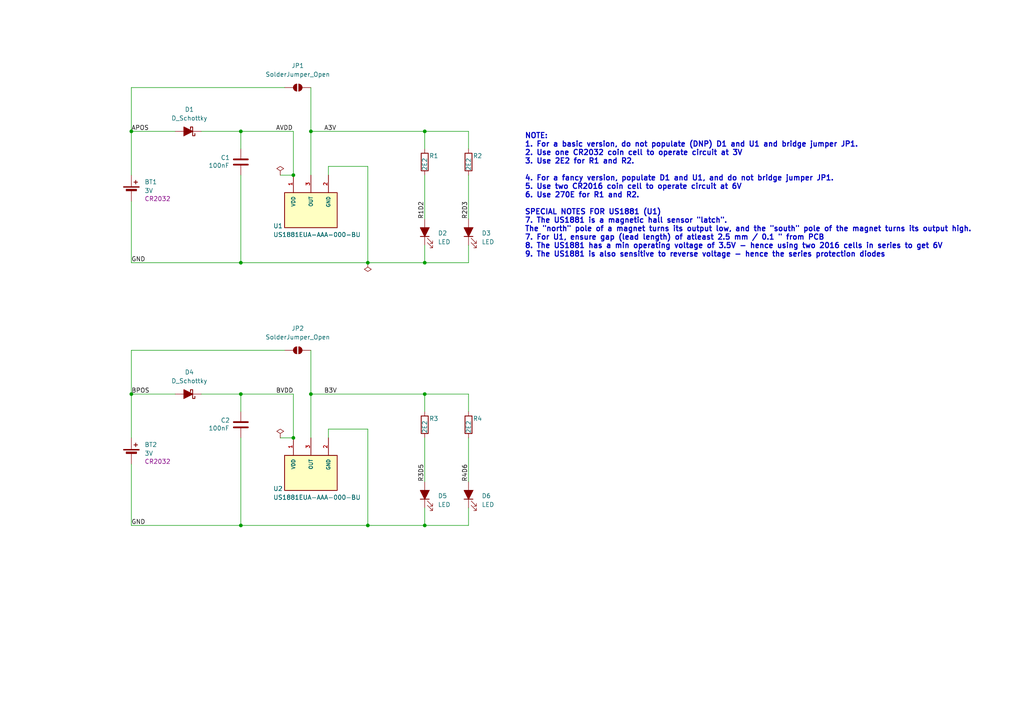
<source format=kicad_sch>
(kicad_sch (version 20231120) (generator "eeschema") (generator_version "8.0")
  (paper "A4")
  (title_block (title "hack_badge") (date "2024-12-02") (rev "v1") (company "hackPGH") (comment 1 "Badge - learn to solder + learn to lasercut") (comment 3 "Anool Mahidharia | Wyolum"))
  (lib_symbols
    (symbol "Library_hack_badge:Battery_Cell" (pin_numbers hide) (pin_names (offset 0) hide)
      (property "Reference" "BT" (at 2.54 2.54 0))
      (property "Value" "Battery_Cell" (at 2.54 0 0))
      (symbol "Battery_Cell_0_1"
        (rectangle (start -2.286 1.778) (end 2.286 1.524) (fill (type outline)))
        (rectangle (start -1.524 1.016) (end 1.524 0.508) (fill (type outline)))
        (polyline (pts (xy 0 0.762) (xy 0 0)))
        (polyline (pts (xy 0 1.778) (xy 0 2.54)))
        (polyline (pts (xy 0.762 3.048) (xy 1.778 3.048)) (stroke (width 0.254)))
        (polyline (pts (xy 1.27 3.556) (xy 1.27 2.54)) (stroke (width 0.254)))
      )
      (symbol "Battery_Cell_1_1"
        (pin passive line (at 0 5.08 270) (length 2.54) (name "+") (number "1"))
        (pin passive line (at 0 -2.54 90) (length 2.54) (name "-") (number "2"))
      )
    )
    (symbol "Library_hack_badge:C" (pin_numbers hide) (pin_names (offset 0.254))
      (property "Reference" "C" (at 0.635 2.54 0))
      (property "Value" "C" (at 0.635 -2.54 0))
      (symbol "C_0_1"
        (polyline (pts (xy -2.032 -0.762) (xy 2.032 -0.762)) (stroke (width 0.508)))
        (polyline (pts (xy -2.032 0.762) (xy 2.032 0.762)) (stroke (width 0.508)))
      )
      (symbol "C_1_1"
        (pin passive line (at 0 3.81 270) (length 2.794) (name "~") (number "1"))
        (pin passive line (at 0 -3.81 90) (length 2.794) (name "~") (number "2"))
      )
    )
    (symbol "Library_hack_badge:D_Schottky_Filled" (pin_numbers hide) (pin_names (offset 1.016) hide)
      (property "Reference" "D" (at 0 2.54 0))
      (property "Value" "D_Schottky_Filled" (at 0 -2.54 0))
      (symbol "D_Schottky_Filled_0_1"
        (polyline (pts (xy 1.27 0) (xy -1.27 0)))
        (polyline (pts (xy 1.27 1.27) (xy 1.27 -1.27) (xy -1.27 0) (xy 1.27 1.27)) (stroke (width 0.254)) (fill (type outline)))
        (polyline (pts (xy -1.905 0.635) (xy -1.905 1.27) (xy -1.27 1.27) (xy -1.27 -1.27) (xy -0.635 -1.27) (xy -0.635 -0.635)) (stroke (width 0.254)))
      )
      (symbol "D_Schottky_Filled_1_1"
        (pin passive line (at -3.81 0 0) (length 2.54) (name "K") (number "1"))
        (pin passive line (at 3.81 0 180) (length 2.54) (name "A") (number "2"))
      )
    )
    (symbol "Library_hack_badge:LED_Filled" (pin_numbers hide) (pin_names (offset 1.016) hide)
      (property "Reference" "D" (at 0 2.54 0))
      (property "Value" "LED_Filled" (at 0 -2.54 0))
      (symbol "LED_Filled_0_1"
        (polyline (pts (xy -1.27 -1.27) (xy -1.27 1.27)) (stroke (width 0.254)))
        (polyline (pts (xy -1.27 0) (xy 1.27 0)))
        (polyline (pts (xy 1.27 -1.27) (xy 1.27 1.27) (xy -1.27 0) (xy 1.27 -1.27)) (stroke (width 0.254)) (fill (type outline)))
        (polyline (pts (xy -3.048 -0.762) (xy -4.572 -2.286) (xy -3.81 -2.286) (xy -4.572 -2.286) (xy -4.572 -1.524)))
        (polyline (pts (xy -1.778 -0.762) (xy -3.302 -2.286) (xy -2.54 -2.286) (xy -3.302 -2.286) (xy -3.302 -1.524)))
      )
      (symbol "LED_Filled_1_1"
        (pin passive line (at -3.81 0 0) (length 2.54) (name "K") (number "1"))
        (pin passive line (at 3.81 0 180) (length 2.54) (name "A") (number "2"))
      )
    )
    (symbol "Library_hack_badge:PWR_FLAG" (power) (pin_numbers hide) (pin_names (offset 0) hide)
      (property "Value" "PWR_FLAG" (at 0 3.81 0))
      (symbol "PWR_FLAG_0_0"
        (pin power_out line (at 0 0 90) (length 0) (name "~") (number "1"))
      )
      (symbol "PWR_FLAG_0_1"
        (polyline (pts (xy 0 0) (xy 0 1.27) (xy -1.016 1.905) (xy 0 2.54) (xy 1.016 1.905) (xy 0 1.27)))
      )
    )
    (symbol "Library_hack_badge:R" (pin_numbers hide) (pin_names (offset 0))
      (property "Reference" "R" (at 2.032 0 90))
      (property "Value" "R" (at 0 0 90))
      (symbol "R_0_1"
        (rectangle (start -1.016 -2.54) (end 1.016 2.54) (stroke (width 0.254)))
      )
      (symbol "R_1_1"
        (pin passive line (at 0 3.81 270) (length 1.27) (name "~") (number "1"))
        (pin passive line (at 0 -3.81 90) (length 1.27) (name "~") (number "2"))
      )
    )
    (symbol "Library_hack_badge:SolderJumper_2_Open" (pin_numbers hide) (pin_names (offset 0) hide) (exclude_from_sim yes) (in_bom no)
      (property "Reference" "JP" (at 0 2.032 0))
      (property "Value" "SolderJumper_2_Open" (at 0 -2.54 0))
      (symbol "SolderJumper_2_Open_0_1"
        (arc (start -0.254 1.016) (mid -1.2656 0) (end -0.254 -1.016))
        (arc (start -0.254 1.016) (mid -1.2656 0) (end -0.254 -1.016) (fill (type outline)))
        (polyline (pts (xy -0.254 1.016) (xy -0.254 -1.016)))
        (polyline (pts (xy 0.254 1.016) (xy 0.254 -1.016)))
        (arc (start 0.254 -1.016) (mid 1.2656 0) (end 0.254 1.016))
        (arc (start 0.254 -1.016) (mid 1.2656 0) (end 0.254 1.016) (fill (type outline)))
      )
      (symbol "SolderJumper_2_Open_1_1"
        (pin passive line (at -3.81 0 0) (length 2.54) (name "A") (number "1"))
        (pin passive line (at 3.81 0 180) (length 2.54) (name "B") (number "2"))
      )
    )
    (symbol "Library_hack_badge:US1881EUA-AAA-000-BU" (pin_names (offset 1.016))
      (property "Reference" "U" (at -5.08 8.382 0))
      (property "Value" "US1881EUA-AAA-000-BU" (at -5.08 -10.16 0))
      (symbol "US1881EUA-AAA-000-BU_0_0"
        (rectangle (start -5.08 -7.62) (end 5.08 7.62) (stroke (width 0.254)) (fill (type background)))
        (pin power_in line (at 10.16 5.08 180) (length 5.08) (name "VDD") (number "1"))
        (pin power_in line (at 10.16 -5.08 180) (length 5.08) (name "GND") (number "2"))
        (pin output line (at 10.16 0 180) (length 5.08) (name "OUT") (number "3"))
      )
    )
  )
  (junction (at 106.68 152.4))
  (junction (at 69.85 76.2))
  (junction (at 106.68 76.2))
  (junction (at 69.85 114.3))
  (junction (at 69.85 152.4))
  (junction (at 90.17 114.3))
  (junction (at 85.09 50.8))
  (junction (at 123.19 76.2))
  (junction (at 123.19 114.3))
  (junction (at 123.19 38.1))
  (junction (at 123.19 152.4))
  (junction (at 69.85 38.1))
  (junction (at 90.17 38.1))
  (junction (at 38.1 38.1))
  (junction (at 38.1 114.3))
  (junction (at 85.09 127))
  (wire (pts (xy 123.19 38.1) (xy 135.89 38.1)))
  (wire (pts (xy 135.89 38.1) (xy 135.89 43.18)))
  (wire (pts (xy 69.85 76.2) (xy 106.68 76.2)))
  (wire (pts (xy 69.85 152.4) (xy 106.68 152.4)))
  (wire (pts (xy 69.85 114.3) (xy 69.85 119.38)))
  (wire (pts (xy 90.17 50.8) (xy 90.17 38.1)))
  (wire (pts (xy 38.1 25.4) (xy 38.1 38.1)))
  (wire (pts (xy 135.89 76.2) (xy 123.19 76.2)))
  (wire (pts (xy 38.1 101.6) (xy 38.1 114.3)))
  (wire (pts (xy 38.1 76.2) (xy 69.85 76.2)))
  (wire (pts (xy 95.25 50.8) (xy 95.25 48.26)))
  (wire (pts (xy 38.1 152.4) (xy 69.85 152.4)))
  (wire (pts (xy 81.28 127) (xy 85.09 127)))
  (wire (pts (xy 135.89 152.4) (xy 123.19 152.4)))
  (wire (pts (xy 106.68 76.2) (xy 123.19 76.2)))
  (wire (pts (xy 135.89 147.32) (xy 135.89 152.4)))
  (wire (pts (xy 95.25 124.46) (xy 106.68 124.46)))
  (wire (pts (xy 69.85 114.3) (xy 58.42 114.3)))
  (wire (pts (xy 90.17 38.1) (xy 123.19 38.1)))
  (wire (pts (xy 90.17 25.4) (xy 90.17 38.1)))
  (wire (pts (xy 85.09 50.8) (xy 85.09 38.1)))
  (wire (pts (xy 38.1 38.1) (xy 50.8 38.1)))
  (wire (pts (xy 85.09 38.1) (xy 69.85 38.1)))
  (wire (pts (xy 82.55 25.4) (xy 38.1 25.4)))
  (wire (pts (xy 38.1 50.8) (xy 38.1 38.1)))
  (wire (pts (xy 123.19 127) (xy 123.19 139.7)))
  (wire (pts (xy 135.89 71.12) (xy 135.89 76.2)))
  (wire (pts (xy 135.89 50.8) (xy 135.89 63.5)))
  (wire (pts (xy 95.25 127) (xy 95.25 124.46)))
  (wire (pts (xy 38.1 76.2) (xy 38.1 58.42)))
  (wire (pts (xy 85.09 114.3) (xy 69.85 114.3)))
  (wire (pts (xy 135.89 127) (xy 135.89 139.7)))
  (wire (pts (xy 90.17 114.3) (xy 123.19 114.3)))
  (wire (pts (xy 123.19 147.32) (xy 123.19 152.4)))
  (wire (pts (xy 123.19 71.12) (xy 123.19 76.2)))
  (wire (pts (xy 135.89 114.3) (xy 135.89 119.38)))
  (wire (pts (xy 38.1 127) (xy 38.1 114.3)))
  (wire (pts (xy 69.85 38.1) (xy 58.42 38.1)))
  (wire (pts (xy 123.19 114.3) (xy 123.19 119.38)))
  (wire (pts (xy 69.85 38.1) (xy 69.85 43.18)))
  (wire (pts (xy 69.85 127) (xy 69.85 152.4)))
  (wire (pts (xy 123.19 114.3) (xy 135.89 114.3)))
  (wire (pts (xy 69.85 50.8) (xy 69.85 76.2)))
  (wire (pts (xy 85.09 127) (xy 85.09 114.3)))
  (wire (pts (xy 123.19 38.1) (xy 123.19 43.18)))
  (wire (pts (xy 106.68 48.26) (xy 106.68 76.2)))
  (wire (pts (xy 82.55 101.6) (xy 38.1 101.6)))
  (wire (pts (xy 38.1 152.4) (xy 38.1 134.62)))
  (wire (pts (xy 95.25 48.26) (xy 106.68 48.26)))
  (wire (pts (xy 81.28 50.8) (xy 85.09 50.8)))
  (wire (pts (xy 90.17 127) (xy 90.17 114.3)))
  (wire (pts (xy 38.1 114.3) (xy 50.8 114.3)))
  (wire (pts (xy 90.17 101.6) (xy 90.17 114.3)))
  (wire (pts (xy 106.68 124.46) (xy 106.68 152.4)))
  (wire (pts (xy 123.19 50.8) (xy 123.19 63.5)))
  (wire (pts (xy 106.68 152.4) (xy 123.19 152.4)))
  (text "NOTE:\n1. For a basic version, do not populate (DNP) D1 and U1 and bridge jumper JP1.\n2. Use one CR2032 coin cell to operate circuit at 3V\n3. Use 2E2 for R1 and R2.\n\n4. For a fancy version, populate D1 and U1, and do not bridge jumper JP1.\n5. Use two CR2016 coin cell to operate circuit at 6V\n6. Use 270E for R1 and R2.\n\nSPECIAL NOTES FOR US1881 (U1)\n7. The US1881 is a magnetic hall sensor \"latch\". \nThe \"north\" pole of a magnet turns its output low, and the \"south\" pole of the magnet turns its output high.\n7. For U1, ensure gap (lead length) of atleast 2.5 mm / 0.1 \" from PCB\n8. The US1881 has a min operating voltage of 3.5V - hence using two 2016 cells in series to get 6V\n9. The US1881 is also sensitive to reverse voltage - hence the series protection diodes" (at 152.146 38.608 0) (effects (font (size 1.524 1.524) (thickness 0.3048) (bold yes)) (justify left top)))
  (label "APOS" (at 38.1 38.1 0))
  (label "R1D2" (at 123.19 63.5 90))
  (label "R4D6" (at 135.89 139.7 90))
  (label "AVDD" (at 80.01 38.1 0))
  (label "R3D5" (at 123.19 139.7 90))
  (label "R2D3" (at 135.89 63.5 90))
  (label "BPOS" (at 38.1 114.3 0))
  (label "A3V" (at 93.98 38.1 0))
  (label "GND" (at 38.1 152.4 0))
  (label "BVDD" (at 80.01 114.3 0))
  (label "B3V" (at 93.98 114.3 0))
  (label "GND" (at 38.1 76.2 0))
  (symbol (lib_id "Library_hack_badge:LED_Filled") (at 123.19 143.51 90) (unit 1)
    (property "Reference" "D5" (at 127 143.8274 90) (effects (justify right)))
    (property "Value" "LED" (at 127 146.3674 90) (effects (justify right)))
    (property "Footprint" "Library_hack_badge:LED_D3.0mm_Dialight_598" (effects (hide yes)))
    (property "Description" "Light emitting diode, filled shape" (effects (hide yes)))
  )
  (symbol (lib_id "Library_hack_badge:Battery_Cell") (at 38.1 132.08 0) (unit 1)
    (property "Reference" "BT2" (at 41.91 128.9684 0) (effects (justify left)))
    (property "Value" "3V" (at 41.91 131.5084 0) (effects (justify left)))
    (property "Footprint" "Library_hack_badge:BatteryHolder_Keystone_3002_1x2032" (effects (hide yes)))
    (property "Description" "CR2032" (at 41.91 133.858 0) (effects (justify left)))
  )
  (symbol (lib_id "Library_hack_badge:US1881EUA-AAA-000-BU") (at 90.17 60.96 90) (unit 1)
    (property "Reference" "U1" (at 79.248 65.532 90) (effects (justify right)))
    (property "Value" "US1881EUA-AAA-000-BU" (at 79.248 68.072 90) (effects (justify right)))
    (property "Footprint" "Library_hack_badge:TO92127P410H430-3_TSOT-23" (effects (hide yes)))
    (property "MF" "Melexis Technologies" (effects (hide yes)))
    (property "MAXIMUM_PACKAGE_HEIGHT" "4.3mm" (effects (hide yes)))
    (property "Package" "TO-92-3L-3 Melexis" (effects (hide yes)))
    (property "Check_prices" "https://www.snapeda.com/parts/US1881EUA-AAA-000-BU/Melexis+Technologies+NV/view-part/?ref=eda" (effects (hide yes)))
    (property "STANDARD" "IPC-2221/IPC-2222" (effects (hide yes)))
    (property "PARTREV" "010" (effects (hide yes)))
    (property "SnapEDA_Link" "https://www.snapeda.com/parts/US1881EUA-AAA-000-BU/Melexis+Technologies+NV/view-part/?ref=snap" (effects (hide yes)))
    (property "MP" "US1881EUA-AAA-000-BU" (effects (hide yes)))
    (property "Description_1" "Digital Switch Latch Open Drain Hall Effect TO-92-3" (effects (hide yes)))
  )
  (symbol (lib_id "Library_hack_badge:D_Schottky_Filled") (at 54.61 114.3 180) (unit 1)
    (property "Reference" "D4" (at 54.9275 107.95 0))
    (property "Value" "D_Schottky" (at 54.9275 110.49 0))
    (property "Footprint" "Library_hack_badge:D_SOD-123_DO-34_SOD68_P7.62mm_Horizontal" (effects (hide yes)))
    (property "Description" "Schottky diode, filled shape" (effects (hide yes)))
  )
  (symbol (lib_id "Library_hack_badge:SolderJumper_2_Open") (at 86.36 25.4 0) (unit 1) (exclude_from_sim yes) (in_bom no)
    (property "Reference" "JP1" (at 86.36 19.05 0))
    (property "Value" "SolderJumper_Open" (at 86.36 21.59 0))
    (property "Footprint" "Library_hack_badge:SolderJumper-2_P1.3mm_Open_RoundedPad1.0x1.5mm" (effects (hide yes)))
    (property "Description" "Solder Jumper, 2-pole, open" (effects (hide yes)))
  )
  (symbol (lib_id "Library_hack_badge:SolderJumper_2_Open") (at 86.36 101.6 0) (unit 1) (exclude_from_sim yes) (in_bom no)
    (property "Reference" "JP2" (at 86.36 95.25 0))
    (property "Value" "SolderJumper_Open" (at 86.36 97.79 0))
    (property "Footprint" "Library_hack_badge:SolderJumper-2_P1.3mm_Open_RoundedPad1.0x1.5mm" (effects (hide yes)))
    (property "Description" "Solder Jumper, 2-pole, open" (effects (hide yes)))
  )
  (symbol (lib_id "Library_hack_badge:R") (at 123.19 123.19 0) (unit 1)
    (property "Reference" "R3" (at 124.46 121.412 0) (effects (justify left)))
    (property "Value" "2E2" (at 123.19 125.73 90) (effects (justify left)))
    (property "Footprint" "Library_hack_badge:R_1206_Axial_DIN0204_L3.6mm_D1.6mm_P7.62mm_Horizontal" (effects (hide yes)))
    (property "Description" "Resistor" (effects (hide yes)))
  )
  (symbol (lib_id "Library_hack_badge:C") (at 69.85 123.19 0) (unit 1)
    (property "Reference" "C2" (at 64.008 121.92 0) (effects (justify left)))
    (property "Value" "100nF" (at 60.452 124.206 0) (effects (justify left)))
    (property "Footprint" "Library_hack_badge:C_Disc_D3.0mm_W1.6mm_P2.50mm" (effects (hide yes)))
    (property "Description" "Unpolarized capacitor" (effects (hide yes)))
  )
  (symbol (lib_id "Library_hack_badge:LED_Filled") (at 123.19 67.31 90) (unit 1)
    (property "Reference" "D2" (at 127 67.6274 90) (effects (justify right)))
    (property "Value" "LED" (at 127 70.1674 90) (effects (justify right)))
    (property "Footprint" "Library_hack_badge:LED_D3.0mm_Dialight_598" (effects (hide yes)))
    (property "Description" "Light emitting diode, filled shape" (effects (hide yes)))
  )
  (symbol (lib_id "Library_hack_badge:R") (at 135.89 46.99 0) (unit 1)
    (property "Reference" "R2" (at 137.16 45.212 0) (effects (justify left)))
    (property "Value" "2E2" (at 135.89 49.53 90) (effects (justify left)))
    (property "Footprint" "Library_hack_badge:R_1206_Axial_DIN0204_L3.6mm_D1.6mm_P7.62mm_Horizontal" (effects (hide yes)))
    (property "Description" "Resistor" (effects (hide yes)))
  )
  (symbol (lib_id "Library_hack_badge:PWR_FLAG") (at 81.28 50.8 0) (unit 1)
    (property "Reference" "#FLG01" (effects (hide yes)))
    (property "Value" "PWR_FLAG" (effects (hide yes)))
    (property "Description" "Special symbol for telling ERC where power comes from" (effects (hide yes)))
  )
  (symbol (lib_id "Library_hack_badge:R") (at 135.89 123.19 0) (unit 1)
    (property "Reference" "R4" (at 137.16 121.412 0) (effects (justify left)))
    (property "Value" "2E2" (at 135.89 125.73 90) (effects (justify left)))
    (property "Footprint" "Library_hack_badge:R_1206_Axial_DIN0204_L3.6mm_D1.6mm_P7.62mm_Horizontal" (effects (hide yes)))
    (property "Description" "Resistor" (effects (hide yes)))
  )
  (symbol (lib_id "Library_hack_badge:LED_Filled") (at 135.89 143.51 90) (unit 1)
    (property "Reference" "D6" (at 139.7 143.8274 90) (effects (justify right)))
    (property "Value" "LED" (at 139.7 146.3674 90) (effects (justify right)))
    (property "Footprint" "Library_hack_badge:LED_D3.0mm_Dialight_598" (effects (hide yes)))
    (property "Description" "Light emitting diode, filled shape" (effects (hide yes)))
  )
  (symbol (lib_id "Library_hack_badge:US1881EUA-AAA-000-BU") (at 90.17 137.16 90) (unit 1)
    (property "Reference" "U2" (at 79.248 141.732 90) (effects (justify right)))
    (property "Value" "US1881EUA-AAA-000-BU" (at 79.248 144.272 90) (effects (justify right)))
    (property "Footprint" "Library_hack_badge:TO92127P410H430-3_TSOT-23" (effects (hide yes)))
    (property "MF" "Melexis Technologies" (effects (hide yes)))
    (property "MAXIMUM_PACKAGE_HEIGHT" "4.3mm" (effects (hide yes)))
    (property "Package" "TO-92-3L-3 Melexis" (effects (hide yes)))
    (property "Check_prices" "https://www.snapeda.com/parts/US1881EUA-AAA-000-BU/Melexis+Technologies+NV/view-part/?ref=eda" (effects (hide yes)))
    (property "STANDARD" "IPC-2221/IPC-2222" (effects (hide yes)))
    (property "PARTREV" "010" (effects (hide yes)))
    (property "SnapEDA_Link" "https://www.snapeda.com/parts/US1881EUA-AAA-000-BU/Melexis+Technologies+NV/view-part/?ref=snap" (effects (hide yes)))
    (property "MP" "US1881EUA-AAA-000-BU" (effects (hide yes)))
    (property "Description_1" "Digital Switch Latch Open Drain Hall Effect TO-92-3" (effects (hide yes)))
  )
  (symbol (lib_id "Library_hack_badge:C") (at 69.85 46.99 0) (unit 1)
    (property "Reference" "C1" (at 64.008 45.72 0) (effects (justify left)))
    (property "Value" "100nF" (at 60.452 48.006 0) (effects (justify left)))
    (property "Footprint" "Library_hack_badge:C_Disc_D3.0mm_W1.6mm_P2.50mm" (effects (hide yes)))
    (property "Description" "Unpolarized capacitor" (effects (hide yes)))
  )
  (symbol (lib_id "Library_hack_badge:Battery_Cell") (at 38.1 55.88 0) (unit 1)
    (property "Reference" "BT1" (at 41.91 52.7684 0) (effects (justify left)))
    (property "Value" "3V" (at 41.91 55.3084 0) (effects (justify left)))
    (property "Footprint" "Library_hack_badge:BatteryHolder_Keystone_3002_1x2032" (effects (hide yes)))
    (property "Description" "CR2032" (at 41.91 57.658 0) (effects (justify left)))
  )
  (symbol (lib_id "Library_hack_badge:PWR_FLAG") (at 81.28 127 0) (unit 1)
    (property "Reference" "#FLG02" (effects (hide yes)))
    (property "Value" "PWR_FLAG" (effects (hide yes)))
    (property "Description" "Special symbol for telling ERC where power comes from" (effects (hide yes)))
  )
  (symbol (lib_id "Library_hack_badge:PWR_FLAG") (at 106.68 76.2 180) (unit 1)
    (property "Reference" "#FLG03" (effects (hide yes)))
    (property "Value" "PWR_FLAG" (effects (hide yes)))
    (property "Description" "Special symbol for telling ERC where power comes from" (effects (hide yes)))
  )
  (symbol (lib_id "Library_hack_badge:D_Schottky_Filled") (at 54.61 38.1 180) (unit 1)
    (property "Reference" "D1" (at 54.9275 31.75 0))
    (property "Value" "D_Schottky" (at 54.9275 34.29 0))
    (property "Footprint" "Library_hack_badge:D_SOD-123_DO-34_SOD68_P7.62mm_Horizontal" (effects (hide yes)))
    (property "Description" "Schottky diode, filled shape" (effects (hide yes)))
  )
  (symbol (lib_id "Library_hack_badge:R") (at 123.19 46.99 0) (unit 1)
    (property "Reference" "R1" (at 124.46 45.212 0) (effects (justify left)))
    (property "Value" "2E2" (at 123.19 49.53 90) (effects (justify left)))
    (property "Footprint" "Library_hack_badge:R_1206_Axial_DIN0204_L3.6mm_D1.6mm_P7.62mm_Horizontal" (effects (hide yes)))
    (property "Description" "Resistor" (effects (hide yes)))
  )
  (symbol (lib_id "Library_hack_badge:LED_Filled") (at 135.89 67.31 90) (unit 1)
    (property "Reference" "D3" (at 139.7 67.6274 90) (effects (justify right)))
    (property "Value" "LED" (at 139.7 70.1674 90) (effects (justify right)))
    (property "Footprint" "Library_hack_badge:LED_D3.0mm_Dialight_598" (effects (hide yes)))
    (property "Description" "Light emitting diode, filled shape" (effects (hide yes)))
  )
)
</source>
